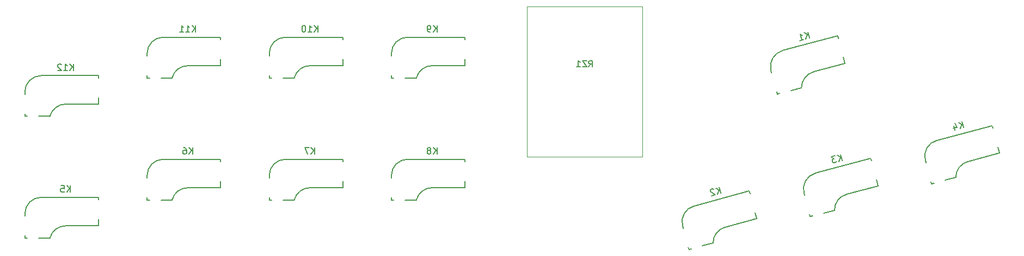
<source format=gbr>
%TF.GenerationSoftware,KiCad,Pcbnew,(6.0.1)*%
%TF.CreationDate,2023-06-03T01:29:09+02:00*%
%TF.ProjectId,cock,636f636b-2e6b-4696-9361-645f70636258,rev?*%
%TF.SameCoordinates,Original*%
%TF.FileFunction,Legend,Bot*%
%TF.FilePolarity,Positive*%
%FSLAX46Y46*%
G04 Gerber Fmt 4.6, Leading zero omitted, Abs format (unit mm)*
G04 Created by KiCad (PCBNEW (6.0.1)) date 2023-06-03 01:29:09*
%MOMM*%
%LPD*%
G01*
G04 APERTURE LIST*
%ADD10C,0.150000*%
%ADD11C,0.120000*%
G04 APERTURE END LIST*
D10*
%TO.C,K5*%
X65738095Y-69197380D02*
X65738095Y-68197380D01*
X65166666Y-69197380D02*
X65595238Y-68625952D01*
X65166666Y-68197380D02*
X65738095Y-68768809D01*
X64261904Y-68197380D02*
X64738095Y-68197380D01*
X64785714Y-68673571D01*
X64738095Y-68625952D01*
X64642857Y-68578333D01*
X64404761Y-68578333D01*
X64309523Y-68625952D01*
X64261904Y-68673571D01*
X64214285Y-68768809D01*
X64214285Y-69006904D01*
X64261904Y-69102142D01*
X64309523Y-69149761D01*
X64404761Y-69197380D01*
X64642857Y-69197380D01*
X64738095Y-69149761D01*
X64785714Y-69102142D01*
%TO.C,K6*%
X84738095Y-63247380D02*
X84738095Y-62247380D01*
X84166666Y-63247380D02*
X84595238Y-62675952D01*
X84166666Y-62247380D02*
X84738095Y-62818809D01*
X83309523Y-62247380D02*
X83500000Y-62247380D01*
X83595238Y-62295000D01*
X83642857Y-62342619D01*
X83738095Y-62485476D01*
X83785714Y-62675952D01*
X83785714Y-63056904D01*
X83738095Y-63152142D01*
X83690476Y-63199761D01*
X83595238Y-63247380D01*
X83404761Y-63247380D01*
X83309523Y-63199761D01*
X83261904Y-63152142D01*
X83214285Y-63056904D01*
X83214285Y-62818809D01*
X83261904Y-62723571D01*
X83309523Y-62675952D01*
X83404761Y-62628333D01*
X83595238Y-62628333D01*
X83690476Y-62675952D01*
X83738095Y-62723571D01*
X83785714Y-62818809D01*
%TO.C,K7*%
X103738095Y-63247380D02*
X103738095Y-62247380D01*
X103166666Y-63247380D02*
X103595238Y-62675952D01*
X103166666Y-62247380D02*
X103738095Y-62818809D01*
X102833333Y-62247380D02*
X102166666Y-62247380D01*
X102595238Y-63247380D01*
%TO.C,K8*%
X122738095Y-63247380D02*
X122738095Y-62247380D01*
X122166666Y-63247380D02*
X122595238Y-62675952D01*
X122166666Y-62247380D02*
X122738095Y-62818809D01*
X121595238Y-62675952D02*
X121690476Y-62628333D01*
X121738095Y-62580714D01*
X121785714Y-62485476D01*
X121785714Y-62437857D01*
X121738095Y-62342619D01*
X121690476Y-62295000D01*
X121595238Y-62247380D01*
X121404761Y-62247380D01*
X121309523Y-62295000D01*
X121261904Y-62342619D01*
X121214285Y-62437857D01*
X121214285Y-62485476D01*
X121261904Y-62580714D01*
X121309523Y-62628333D01*
X121404761Y-62675952D01*
X121595238Y-62675952D01*
X121690476Y-62723571D01*
X121738095Y-62771190D01*
X121785714Y-62866428D01*
X121785714Y-63056904D01*
X121738095Y-63152142D01*
X121690476Y-63199761D01*
X121595238Y-63247380D01*
X121404761Y-63247380D01*
X121309523Y-63199761D01*
X121261904Y-63152142D01*
X121214285Y-63056904D01*
X121214285Y-62866428D01*
X121261904Y-62771190D01*
X121309523Y-62723571D01*
X121404761Y-62675952D01*
%TO.C,K9*%
X122738095Y-44197380D02*
X122738095Y-43197380D01*
X122166666Y-44197380D02*
X122595238Y-43625952D01*
X122166666Y-43197380D02*
X122738095Y-43768809D01*
X121690476Y-44197380D02*
X121500000Y-44197380D01*
X121404761Y-44149761D01*
X121357142Y-44102142D01*
X121261904Y-43959285D01*
X121214285Y-43768809D01*
X121214285Y-43387857D01*
X121261904Y-43292619D01*
X121309523Y-43245000D01*
X121404761Y-43197380D01*
X121595238Y-43197380D01*
X121690476Y-43245000D01*
X121738095Y-43292619D01*
X121785714Y-43387857D01*
X121785714Y-43625952D01*
X121738095Y-43721190D01*
X121690476Y-43768809D01*
X121595238Y-43816428D01*
X121404761Y-43816428D01*
X121309523Y-43768809D01*
X121261904Y-43721190D01*
X121214285Y-43625952D01*
%TO.C,K10*%
X104214285Y-44197380D02*
X104214285Y-43197380D01*
X103642857Y-44197380D02*
X104071428Y-43625952D01*
X103642857Y-43197380D02*
X104214285Y-43768809D01*
X102690476Y-44197380D02*
X103261904Y-44197380D01*
X102976190Y-44197380D02*
X102976190Y-43197380D01*
X103071428Y-43340238D01*
X103166666Y-43435476D01*
X103261904Y-43483095D01*
X102071428Y-43197380D02*
X101976190Y-43197380D01*
X101880952Y-43245000D01*
X101833333Y-43292619D01*
X101785714Y-43387857D01*
X101738095Y-43578333D01*
X101738095Y-43816428D01*
X101785714Y-44006904D01*
X101833333Y-44102142D01*
X101880952Y-44149761D01*
X101976190Y-44197380D01*
X102071428Y-44197380D01*
X102166666Y-44149761D01*
X102214285Y-44102142D01*
X102261904Y-44006904D01*
X102309523Y-43816428D01*
X102309523Y-43578333D01*
X102261904Y-43387857D01*
X102214285Y-43292619D01*
X102166666Y-43245000D01*
X102071428Y-43197380D01*
%TO.C,K11*%
X85214285Y-44197380D02*
X85214285Y-43197380D01*
X84642857Y-44197380D02*
X85071428Y-43625952D01*
X84642857Y-43197380D02*
X85214285Y-43768809D01*
X83690476Y-44197380D02*
X84261904Y-44197380D01*
X83976190Y-44197380D02*
X83976190Y-43197380D01*
X84071428Y-43340238D01*
X84166666Y-43435476D01*
X84261904Y-43483095D01*
X82738095Y-44197380D02*
X83309523Y-44197380D01*
X83023809Y-44197380D02*
X83023809Y-43197380D01*
X83119047Y-43340238D01*
X83214285Y-43435476D01*
X83309523Y-43483095D01*
%TO.C,K12*%
X66214285Y-50197380D02*
X66214285Y-49197380D01*
X65642857Y-50197380D02*
X66071428Y-49625952D01*
X65642857Y-49197380D02*
X66214285Y-49768809D01*
X64690476Y-50197380D02*
X65261904Y-50197380D01*
X64976190Y-50197380D02*
X64976190Y-49197380D01*
X65071428Y-49340238D01*
X65166666Y-49435476D01*
X65261904Y-49483095D01*
X64309523Y-49292619D02*
X64261904Y-49245000D01*
X64166666Y-49197380D01*
X63928571Y-49197380D01*
X63833333Y-49245000D01*
X63785714Y-49292619D01*
X63738095Y-49387857D01*
X63738095Y-49483095D01*
X63785714Y-49625952D01*
X64357142Y-50197380D01*
X63738095Y-50197380D01*
%TO.C,K2*%
X166918479Y-69387215D02*
X166659660Y-68421289D01*
X166366521Y-69535111D02*
X166632593Y-68872231D01*
X166107702Y-68569186D02*
X166807556Y-68973247D01*
X165764380Y-68759776D02*
X165706058Y-68726105D01*
X165601741Y-68704757D01*
X165371758Y-68766381D01*
X165292090Y-68837027D01*
X165258418Y-68895348D01*
X165237071Y-68999666D01*
X165261721Y-69091659D01*
X165344691Y-69217323D01*
X166044546Y-69621384D01*
X165446592Y-69781606D01*
%TO.C,K4*%
X204668479Y-59147215D02*
X204409660Y-58181289D01*
X204116521Y-59295111D02*
X204382593Y-58632231D01*
X203857702Y-58329186D02*
X204557556Y-58733247D01*
X203116038Y-58873006D02*
X203288585Y-59516956D01*
X203247423Y-58443410D02*
X203662276Y-59071734D01*
X203064322Y-59231955D01*
%TO.C,K1*%
X180668479Y-45147215D02*
X180409660Y-44181289D01*
X180116521Y-45295111D02*
X180382593Y-44632231D01*
X179857702Y-44329186D02*
X180557556Y-44733247D01*
X179196592Y-45541606D02*
X179748549Y-45393709D01*
X179472570Y-45467657D02*
X179213751Y-44501732D01*
X179342718Y-44615072D01*
X179459361Y-44682415D01*
X179563678Y-44703762D01*
%TO.C,K3*%
X185798479Y-64267215D02*
X185539660Y-63301289D01*
X185246521Y-64415111D02*
X185512593Y-63752231D01*
X184987702Y-63449186D02*
X185687556Y-63853247D01*
X184665727Y-63535459D02*
X184067773Y-63695680D01*
X184488346Y-63977379D01*
X184350356Y-64014353D01*
X184270688Y-64084999D01*
X184237016Y-64143320D01*
X184215669Y-64247638D01*
X184277293Y-64477620D01*
X184347939Y-64557288D01*
X184406260Y-64590960D01*
X184510577Y-64612307D01*
X184786556Y-64538359D01*
X184866224Y-64467713D01*
X184899896Y-64409392D01*
%TO.C,RZ1*%
X146343857Y-49664380D02*
X146677190Y-49188190D01*
X146915285Y-49664380D02*
X146915285Y-48664380D01*
X146534333Y-48664380D01*
X146439095Y-48712000D01*
X146391476Y-48759619D01*
X146343857Y-48854857D01*
X146343857Y-48997714D01*
X146391476Y-49092952D01*
X146439095Y-49140571D01*
X146534333Y-49188190D01*
X146915285Y-49188190D01*
X146010523Y-48664380D02*
X145343857Y-48664380D01*
X146010523Y-49664380D01*
X145343857Y-49664380D01*
X144439095Y-49664380D02*
X145010523Y-49664380D01*
X144724809Y-49664380D02*
X144724809Y-48664380D01*
X144820047Y-48807238D01*
X144915285Y-48902476D01*
X145010523Y-48950095D01*
%TO.C,K5*%
X70080000Y-73444000D02*
X70080000Y-74460000D01*
X58650000Y-72555000D02*
X58650000Y-72936000D01*
X61190000Y-70015000D02*
X70080000Y-70015000D01*
X58650000Y-75984000D02*
X58650000Y-76365000D01*
X62535838Y-76365000D02*
X60809000Y-76365000D01*
X59031000Y-76365000D02*
X58650000Y-76365000D01*
X70080000Y-70015000D02*
X70080000Y-70396000D01*
X70080000Y-74460000D02*
X65000000Y-74460000D01*
X61190000Y-70015000D02*
G75*
G03*
X58650000Y-72555000I1J-2540001D01*
G01*
X65000000Y-74459999D02*
G75*
G03*
X62535838Y-76383960I0J-2540000D01*
G01*
%TO.C,K6*%
X81535838Y-70415000D02*
X79809000Y-70415000D01*
X89080000Y-68510000D02*
X84000000Y-68510000D01*
X89080000Y-67494000D02*
X89080000Y-68510000D01*
X89080000Y-64065000D02*
X89080000Y-64446000D01*
X77650000Y-66605000D02*
X77650000Y-66986000D01*
X80190000Y-64065000D02*
X89080000Y-64065000D01*
X77650000Y-70034000D02*
X77650000Y-70415000D01*
X78031000Y-70415000D02*
X77650000Y-70415000D01*
X80190000Y-64065000D02*
G75*
G03*
X77650000Y-66605000I1J-2540001D01*
G01*
X84000000Y-68509999D02*
G75*
G03*
X81535838Y-70433960I0J-2540000D01*
G01*
%TO.C,K7*%
X108080000Y-64065000D02*
X108080000Y-64446000D01*
X96650000Y-66605000D02*
X96650000Y-66986000D01*
X108080000Y-68510000D02*
X103000000Y-68510000D01*
X99190000Y-64065000D02*
X108080000Y-64065000D01*
X97031000Y-70415000D02*
X96650000Y-70415000D01*
X96650000Y-70034000D02*
X96650000Y-70415000D01*
X100535838Y-70415000D02*
X98809000Y-70415000D01*
X108080000Y-67494000D02*
X108080000Y-68510000D01*
X99190000Y-64065000D02*
G75*
G03*
X96650000Y-66605000I1J-2540001D01*
G01*
X103000000Y-68509999D02*
G75*
G03*
X100535838Y-70433960I0J-2540000D01*
G01*
%TO.C,K8*%
X127080000Y-67494000D02*
X127080000Y-68510000D01*
X118190000Y-64065000D02*
X127080000Y-64065000D01*
X127080000Y-68510000D02*
X122000000Y-68510000D01*
X115650000Y-66605000D02*
X115650000Y-66986000D01*
X127080000Y-64065000D02*
X127080000Y-64446000D01*
X116031000Y-70415000D02*
X115650000Y-70415000D01*
X115650000Y-70034000D02*
X115650000Y-70415000D01*
X119535838Y-70415000D02*
X117809000Y-70415000D01*
X118190000Y-64065000D02*
G75*
G03*
X115650000Y-66605000I1J-2540001D01*
G01*
X122000000Y-68509999D02*
G75*
G03*
X119535838Y-70433960I0J-2540000D01*
G01*
%TO.C,K9*%
X119535838Y-51365000D02*
X117809000Y-51365000D01*
X127080000Y-49460000D02*
X122000000Y-49460000D01*
X118190000Y-45015000D02*
X127080000Y-45015000D01*
X127080000Y-45015000D02*
X127080000Y-45396000D01*
X116031000Y-51365000D02*
X115650000Y-51365000D01*
X115650000Y-47555000D02*
X115650000Y-47936000D01*
X127080000Y-48444000D02*
X127080000Y-49460000D01*
X115650000Y-50984000D02*
X115650000Y-51365000D01*
X122000000Y-49459999D02*
G75*
G03*
X119535838Y-51383960I0J-2540000D01*
G01*
X118190000Y-45015000D02*
G75*
G03*
X115650000Y-47555000I1J-2540001D01*
G01*
%TO.C,K10*%
X97031000Y-51365000D02*
X96650000Y-51365000D01*
X99190000Y-45015000D02*
X108080000Y-45015000D01*
X108080000Y-48444000D02*
X108080000Y-49460000D01*
X108080000Y-45015000D02*
X108080000Y-45396000D01*
X96650000Y-50984000D02*
X96650000Y-51365000D01*
X96650000Y-47555000D02*
X96650000Y-47936000D01*
X100535838Y-51365000D02*
X98809000Y-51365000D01*
X108080000Y-49460000D02*
X103000000Y-49460000D01*
X103000000Y-49459999D02*
G75*
G03*
X100535838Y-51383960I0J-2540000D01*
G01*
X99190000Y-45015000D02*
G75*
G03*
X96650000Y-47555000I1J-2540001D01*
G01*
%TO.C,K11*%
X77650000Y-50984000D02*
X77650000Y-51365000D01*
X89080000Y-45015000D02*
X89080000Y-45396000D01*
X89080000Y-49460000D02*
X84000000Y-49460000D01*
X80190000Y-45015000D02*
X89080000Y-45015000D01*
X81535838Y-51365000D02*
X79809000Y-51365000D01*
X89080000Y-48444000D02*
X89080000Y-49460000D01*
X77650000Y-47555000D02*
X77650000Y-47936000D01*
X78031000Y-51365000D02*
X77650000Y-51365000D01*
X80190000Y-45015000D02*
G75*
G03*
X77650000Y-47555000I1J-2540001D01*
G01*
X84000000Y-49459999D02*
G75*
G03*
X81535838Y-51383960I0J-2540000D01*
G01*
%TO.C,K12*%
X61190000Y-51015000D02*
X70080000Y-51015000D01*
X70080000Y-55460000D02*
X65000000Y-55460000D01*
X58650000Y-56984000D02*
X58650000Y-57365000D01*
X58650000Y-53555000D02*
X58650000Y-53936000D01*
X70080000Y-51015000D02*
X70080000Y-51396000D01*
X62535838Y-57365000D02*
X60809000Y-57365000D01*
X70080000Y-54444000D02*
X70080000Y-55460000D01*
X59031000Y-57365000D02*
X58650000Y-57365000D01*
X65000000Y-55459999D02*
G75*
G03*
X62535838Y-57383960I0J-2540000D01*
G01*
X61190000Y-51015000D02*
G75*
G03*
X58650000Y-53555000I1J-2540001D01*
G01*
%TO.C,K2*%
X172474503Y-73346748D02*
X167567600Y-74661548D01*
X162295039Y-78046528D02*
X161927021Y-78145138D01*
X161828411Y-77777120D02*
X161927021Y-78145138D01*
X165680452Y-77139409D02*
X164012455Y-77586348D01*
X172211543Y-72365367D02*
X172474503Y-73346748D01*
X162736972Y-71354109D02*
X171324052Y-69053207D01*
X160940920Y-74464961D02*
X161039530Y-74832978D01*
X171324052Y-69053207D02*
X171422662Y-69421225D01*
X167567600Y-74661547D02*
G75*
G03*
X165685359Y-77157723I657400J-2453452D01*
G01*
X162736972Y-71354109D02*
G75*
G03*
X160940920Y-74464961I657401J-2453452D01*
G01*
%TO.C,K4*%
X210224503Y-63106748D02*
X205317600Y-64421548D01*
X199578411Y-67537120D02*
X199677021Y-67905138D01*
X198690920Y-64224961D02*
X198789530Y-64592978D01*
X200045039Y-67806528D02*
X199677021Y-67905138D01*
X203430452Y-66899409D02*
X201762455Y-67346348D01*
X209074052Y-58813207D02*
X209172662Y-59181225D01*
X209961543Y-62125367D02*
X210224503Y-63106748D01*
X200486972Y-61114109D02*
X209074052Y-58813207D01*
X200486972Y-61114109D02*
G75*
G03*
X198690920Y-64224961I657401J-2453452D01*
G01*
X205317600Y-64421547D02*
G75*
G03*
X203435359Y-66917723I657400J-2453452D01*
G01*
%TO.C,K1*%
X185961543Y-48125367D02*
X186224503Y-49106748D01*
X176045039Y-53806528D02*
X175677021Y-53905138D01*
X179430452Y-52899409D02*
X177762455Y-53346348D01*
X185074052Y-44813207D02*
X185172662Y-45181225D01*
X174690920Y-50224961D02*
X174789530Y-50592978D01*
X176486972Y-47114109D02*
X185074052Y-44813207D01*
X175578411Y-53537120D02*
X175677021Y-53905138D01*
X186224503Y-49106748D02*
X181317600Y-50421548D01*
X176486972Y-47114109D02*
G75*
G03*
X174690920Y-50224961I657401J-2453452D01*
G01*
X181317600Y-50421547D02*
G75*
G03*
X179435359Y-52917723I657400J-2453452D01*
G01*
%TO.C,K3*%
X190204052Y-63933207D02*
X190302662Y-64301225D01*
X181175039Y-72926528D02*
X180807021Y-73025138D01*
X181616972Y-66234109D02*
X190204052Y-63933207D01*
X191091543Y-67245367D02*
X191354503Y-68226748D01*
X180708411Y-72657120D02*
X180807021Y-73025138D01*
X191354503Y-68226748D02*
X186447600Y-69541548D01*
X179820920Y-69344961D02*
X179919530Y-69712978D01*
X184560452Y-72019409D02*
X182892455Y-72466348D01*
X186447600Y-69541547D02*
G75*
G03*
X184565359Y-72037723I657400J-2453452D01*
G01*
X181616972Y-66234109D02*
G75*
G03*
X179820920Y-69344961I657401J-2453452D01*
G01*
D11*
%TO.C,RZ1*%
X136701000Y-40212000D02*
X154701000Y-40212000D01*
X154701000Y-40212000D02*
X154701000Y-63712000D01*
X136701000Y-63712000D02*
X136701000Y-40212000D01*
X154701000Y-63712000D02*
X136701000Y-63712000D01*
%TD*%
M02*

</source>
